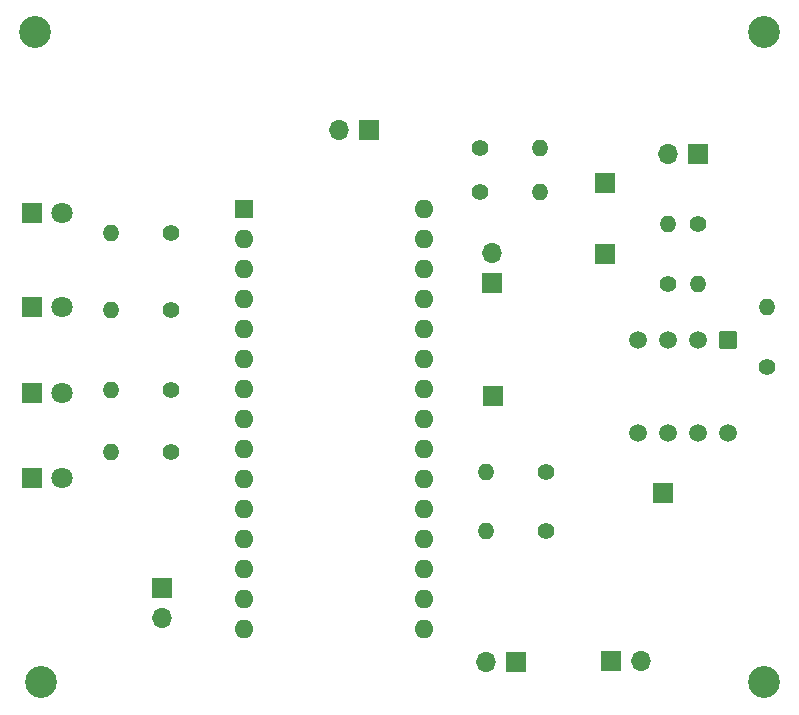
<source format=gbr>
%TF.GenerationSoftware,KiCad,Pcbnew,9.0.0*%
%TF.CreationDate,2025-03-12T10:53:54-03:00*%
%TF.ProjectId,ReceiverSide,52656365-6976-4657-9253-6964652e6b69,rev?*%
%TF.SameCoordinates,Original*%
%TF.FileFunction,Soldermask,Top*%
%TF.FilePolarity,Negative*%
%FSLAX46Y46*%
G04 Gerber Fmt 4.6, Leading zero omitted, Abs format (unit mm)*
G04 Created by KiCad (PCBNEW 9.0.0) date 2025-03-12 10:53:54*
%MOMM*%
%LPD*%
G01*
G04 APERTURE LIST*
G04 Aperture macros list*
%AMRoundRect*
0 Rectangle with rounded corners*
0 $1 Rounding radius*
0 $2 $3 $4 $5 $6 $7 $8 $9 X,Y pos of 4 corners*
0 Add a 4 corners polygon primitive as box body*
4,1,4,$2,$3,$4,$5,$6,$7,$8,$9,$2,$3,0*
0 Add four circle primitives for the rounded corners*
1,1,$1+$1,$2,$3*
1,1,$1+$1,$4,$5*
1,1,$1+$1,$6,$7*
1,1,$1+$1,$8,$9*
0 Add four rect primitives between the rounded corners*
20,1,$1+$1,$2,$3,$4,$5,0*
20,1,$1+$1,$4,$5,$6,$7,0*
20,1,$1+$1,$6,$7,$8,$9,0*
20,1,$1+$1,$8,$9,$2,$3,0*%
G04 Aperture macros list end*
%ADD10C,2.700000*%
%ADD11R,1.700000X1.700000*%
%ADD12O,1.700000X1.700000*%
%ADD13R,1.800000X1.800000*%
%ADD14C,1.800000*%
%ADD15C,1.400000*%
%ADD16O,1.400000X1.400000*%
%ADD17RoundRect,0.102000X-0.654000X0.654000X-0.654000X-0.654000X0.654000X-0.654000X0.654000X0.654000X0*%
%ADD18C,1.512000*%
%ADD19R,1.600000X1.600000*%
%ADD20O,1.600000X1.600000*%
G04 APERTURE END LIST*
D10*
%TO.C,H1*%
X124750000Y-60500000D03*
%TD*%
%TO.C,H2*%
X125250000Y-115500000D03*
%TD*%
D11*
%TO.C,GND2*%
X173000000Y-73250000D03*
%TD*%
%TO.C,GND1*%
X173000000Y-79250000D03*
%TD*%
%TO.C,OP-PWR-IN1*%
X153000000Y-68775000D03*
D12*
X150460000Y-68775000D03*
%TD*%
D13*
%TO.C,D2*%
X124480000Y-83750000D03*
D14*
X127020000Y-83750000D03*
%TD*%
D15*
%TO.C,R3*%
X136290000Y-90750000D03*
D16*
X131210000Y-90750000D03*
%TD*%
D17*
%TO.C,Op-Amp1*%
X183435000Y-86565000D03*
D18*
X180895000Y-86565000D03*
X178355000Y-86565000D03*
X175815000Y-86565000D03*
X175815000Y-94435000D03*
X178355000Y-94435000D03*
X180895000Y-94435000D03*
X183435000Y-94435000D03*
%TD*%
D11*
%TO.C,OP-IN1*%
X180895000Y-70775000D03*
D12*
X178355000Y-70775000D03*
%TD*%
D15*
%TO.C,R2*%
X136290000Y-84000000D03*
D16*
X131210000Y-84000000D03*
%TD*%
D10*
%TO.C,H3*%
X186500000Y-115500000D03*
%TD*%
D15*
%TO.C,ACC2*%
X168040000Y-97750000D03*
D16*
X162960000Y-97750000D03*
%TD*%
D11*
%TO.C,OP-PWR1*%
X173500000Y-113725000D03*
D12*
X176040000Y-113725000D03*
%TD*%
D15*
%TO.C,ACC1*%
X168040000Y-102750000D03*
D16*
X162960000Y-102750000D03*
%TD*%
D13*
%TO.C,D4*%
X124480000Y-98250000D03*
D14*
X127020000Y-98250000D03*
%TD*%
D15*
%TO.C,R5*%
X162460000Y-70250000D03*
D16*
X167540000Y-70250000D03*
%TD*%
D10*
%TO.C,H4*%
X186500000Y-60500000D03*
%TD*%
D19*
%TO.C,A1*%
X142480000Y-75440000D03*
D20*
X142480000Y-77980000D03*
X142480000Y-80520000D03*
X142480000Y-83060000D03*
X142480000Y-85600000D03*
X142480000Y-88140000D03*
X142480000Y-90680000D03*
X142480000Y-93220000D03*
X142480000Y-95760000D03*
X142480000Y-98300000D03*
X142480000Y-100840000D03*
X142480000Y-103380000D03*
X142480000Y-105920000D03*
X142480000Y-108460000D03*
X142480000Y-111000000D03*
X157720000Y-111000000D03*
X157720000Y-108460000D03*
X157720000Y-105920000D03*
X157720000Y-103380000D03*
X157720000Y-100840000D03*
X157720000Y-98300000D03*
X157720000Y-95760000D03*
X157720000Y-93220000D03*
X157720000Y-90680000D03*
X157720000Y-88140000D03*
X157720000Y-85600000D03*
X157720000Y-83060000D03*
X157720000Y-80520000D03*
X157720000Y-77980000D03*
X157720000Y-75440000D03*
%TD*%
D15*
%TO.C,ACC3*%
X178355000Y-81790000D03*
D16*
X178355000Y-76710000D03*
%TD*%
D13*
%TO.C,D1*%
X124480000Y-75750000D03*
D14*
X127020000Y-75750000D03*
%TD*%
D15*
%TO.C,ACC4*%
X180895000Y-76709999D03*
D16*
X180895000Y-81789999D03*
%TD*%
D15*
%TO.C,R4*%
X136290000Y-96000000D03*
D16*
X131210000Y-96000000D03*
%TD*%
D15*
%TO.C,PR1*%
X162460000Y-74000000D03*
D16*
X167540000Y-74000000D03*
%TD*%
D11*
%TO.C,Speaker1*%
X135525000Y-107500000D03*
D12*
X135525000Y-110040000D03*
%TD*%
D15*
%TO.C,ACC5*%
X186750000Y-88830000D03*
D16*
X186750000Y-83750000D03*
%TD*%
D15*
%TO.C,R1*%
X136290000Y-77500000D03*
D16*
X131210000Y-77500000D03*
%TD*%
D11*
%TO.C,Hall1*%
X163475000Y-81750000D03*
D12*
X163475000Y-79210000D03*
%TD*%
D11*
%TO.C,HALL-IN1*%
X163500000Y-91250000D03*
%TD*%
%TO.C,AUX-PWR1*%
X165500000Y-113775000D03*
D12*
X162960000Y-113775000D03*
%TD*%
D13*
%TO.C,D3*%
X124480000Y-91000000D03*
D14*
X127020000Y-91000000D03*
%TD*%
D11*
%TO.C,OP-OUT1*%
X177895000Y-99500000D03*
%TD*%
M02*

</source>
